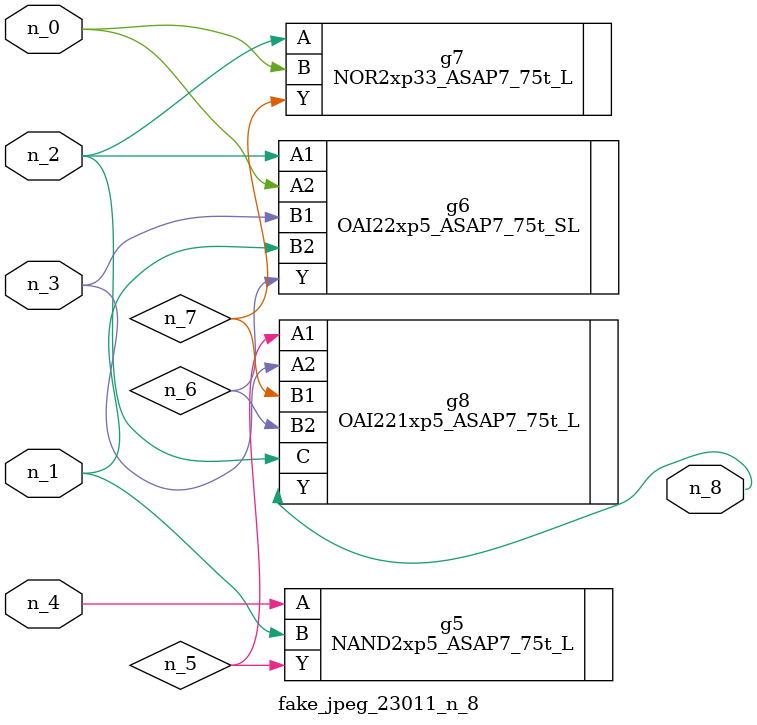
<source format=v>
module fake_jpeg_23011_n_8 (n_3, n_2, n_1, n_0, n_4, n_8);

input n_3;
input n_2;
input n_1;
input n_0;
input n_4;

output n_8;

wire n_6;
wire n_5;
wire n_7;

NAND2xp5_ASAP7_75t_L g5 ( 
.A(n_4),
.B(n_1),
.Y(n_5)
);

OAI22xp5_ASAP7_75t_SL g6 ( 
.A1(n_2),
.A2(n_0),
.B1(n_3),
.B2(n_1),
.Y(n_6)
);

NOR2xp33_ASAP7_75t_L g7 ( 
.A(n_2),
.B(n_0),
.Y(n_7)
);

OAI221xp5_ASAP7_75t_L g8 ( 
.A1(n_5),
.A2(n_3),
.B1(n_7),
.B2(n_6),
.C(n_2),
.Y(n_8)
);


endmodule
</source>
